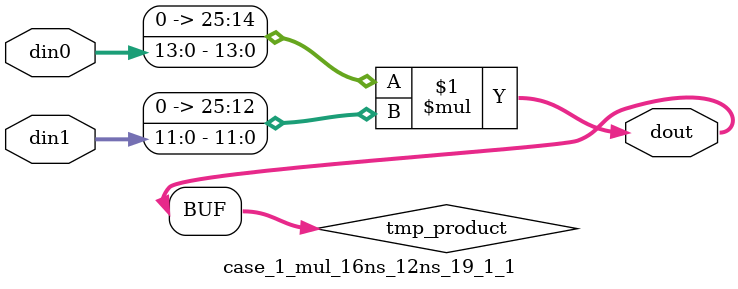
<source format=v>

`timescale 1 ns / 1 ps

 (* use_dsp = "no" *)  module case_1_mul_16ns_12ns_19_1_1(din0, din1, dout);
parameter ID = 1;
parameter NUM_STAGE = 0;
parameter din0_WIDTH = 14;
parameter din1_WIDTH = 12;
parameter dout_WIDTH = 26;

input [din0_WIDTH - 1 : 0] din0; 
input [din1_WIDTH - 1 : 0] din1; 
output [dout_WIDTH - 1 : 0] dout;

wire signed [dout_WIDTH - 1 : 0] tmp_product;
























assign tmp_product = $signed({1'b0, din0}) * $signed({1'b0, din1});











assign dout = tmp_product;





















endmodule

</source>
